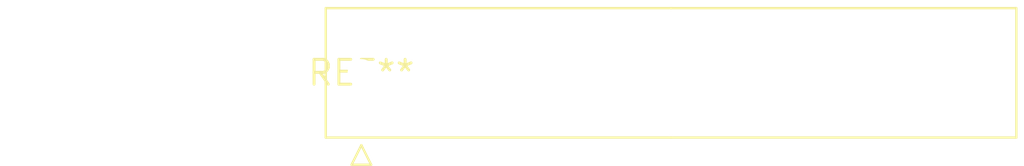
<source format=kicad_pcb>
(kicad_pcb (version 20240108) (generator pcbnew)
  (layers (0 "F.Cu" signal) (31 "B.Cu" signal) (34 "B.Paste" user) (35 "F.Paste" user) (36 "B.SilkS" user "B.Silkscreen") (37 "F.SilkS" user "F.Silkscreen") (38 "B.Mask" user) (39 "F.Mask" user) (44 "Edge.Cuts" user))
  (net 0 "")
  (footprint "TE_826576-9_1x09_P3.96mm_Vertical" (layer "F.Cu") (at 0 0)
    (property "Reference" "REF**")
    (property "Value" "TE_826576-9_1x09_P3.96mm_Vertical")
    (fp_line (start -1.82 -3.31) (end -1.82 3.31) (layer "F.SilkS") (stroke (width 0.12)))
    (fp_line (start -1.82 3.31) (end 15.84 3.31) (layer "F.SilkS") (stroke (width 0.12)))
    (fp_line (start -0.5 4.7) (end 0 3.7) (layer "F.SilkS") (stroke (width 0.12)))
    (fp_line (start 0 3.7) (end 0.5 4.7) (layer "F.SilkS") (stroke (width 0.12)))
    (fp_line (start 0.5 4.7) (end -0.5 4.7) (layer "F.SilkS") (stroke (width 0.12)))
    (fp_line (start 15.84 -3.31) (end -1.82 -3.31) (layer "F.SilkS") (stroke (width 0.12)))
    (fp_line (start 15.84 -3.31) (end 33.5 -3.31) (layer "F.SilkS") (stroke (width 0.12)))
    (fp_line (start 33.5 -3.31) (end 33.5 3.31) (layer "F.SilkS") (stroke (width 0.12)))
    (fp_line (start 33.5 3.31) (end 15.84 3.31) (layer "F.SilkS") (stroke (width 0.12)))
    (pad "1" thru_hole roundrect (at 0 0) (size 2.4 2.4) (drill 1.4) (layers *.Cu *.Mask) (remove_unused_layers) (roundrect_rratio 0.104167))
    (pad "2" thru_hole circle (at 3.96 0) (size 2.4 2.4) (drill 1.4) (layers *.Cu *.Mask) (remove_unused_layers))
    (pad "3" thru_hole circle (at 7.92 0) (size 2.4 2.4) (drill 1.4) (layers *.Cu *.Mask) (remove_unused_layers))
    (pad "4" thru_hole circle (at 11.88 0) (size 2.4 2.4) (drill 1.4) (layers *.Cu *.Mask) (remove_unused_layers))
    (pad "5" thru_hole circle (at 15.84 0) (size 2.4 2.4) (drill 1.4) (layers *.Cu *.Mask) (remove_unused_layers))
    (pad "6" thru_hole circle (at 19.8 0) (size 2.4 2.4) (drill 1.4) (layers *.Cu *.Mask) (remove_unused_layers))
    (pad "7" thru_hole circle (at 23.76 0) (size 2.4 2.4) (drill 1.4) (layers *.Cu *.Mask) (remove_unused_layers))
    (pad "8" thru_hole circle (at 27.72 0) (size 2.4 2.4) (drill 1.4) (layers *.Cu *.Mask) (remove_unused_layers))
    (pad "9" thru_hole circle (at 31.68 0) (size 2.4 2.4) (drill 1.4) (layers *.Cu *.Mask) (remove_unused_layers))
  )
)
</source>
